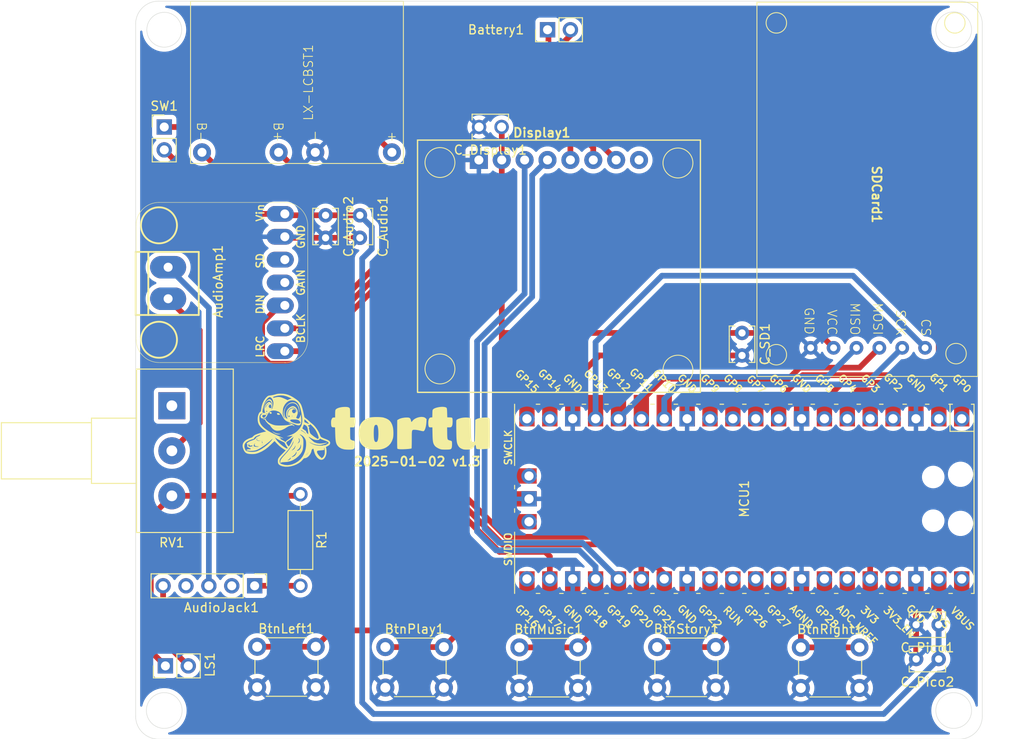
<source format=kicad_pcb>
(kicad_pcb (version 20240108) (generator "pcbnew") (generator_version "8.0")
  (layers (0 "F.Cu" signal) (31 "B.Cu" signal) (34 "B.Paste" user) (35 "F.Paste" user) (36 "B.SilkS" user "B.Silkscreen") (37 "F.SilkS" user "F.Silkscreen") (38 "B.Mask" user) (39 "F.Mask" user) (44 "Edge.Cuts" user))
  (net 0 "")
  (net 3 "GND")
  (net 4 "Net-(AudioAmp1-OUTP)")
  (net 5 "Net-(AudioAmp1-OUTN)")
  (net 6 "Net-(LS1-Pad1)")
  (net 7 "GPIO12")
  (net 8 "GPIO16")
  (net 9 "GPIO13")
  (net 11 "GPIO26")
  (net 12 "GPIO22")
  (net 14 "Vin")
  (net 15 "GPIO28")
  (net 16 "+3.3V")
  (net 17 "GPIO21")
  (net 18 "GPIO20")
  (net 20 "GPIO27")
  (net 21 "GPIO0")
  (net 22 "GPIO18")
  (net 23 "GPIO19")
  (net 24 "GPIO1")
  (net 25 "GPIO17")
  (net 26 "GPIO10")
  (net 27 "Net-(Battery1-Pin_1)")
  (net 28 "GPIO11")
  (net 29 "GPIO2")
  (net 35 "Net-(Battery1-Pin_2)")
  (net 41 "Net-(AudioJack1-Pin_5)")
  (net 44 "Net-(AudioJack1-Pin_1)")
  (net 46 "Net-(LX-LCBST1-V0+)")
  (net 47 "GPIO4")
  (net 48 "GPIO6")
  (net 49 "GPIO5")
  (footprint "Potentiometer_THT:Potentiometer_Alps_RK163_Single_Horizontal" (layer "F.Cu") (at 123.398 103.966)
    (property "Reference" "RV1" (at 0 15.2 0) (layer "F.SilkS"))
    (property "Value" "R_Potentiometer")
    (pad "1" thru_hole rect (at 0 0 180) (size 3 3) (drill 1.2) (layers "*.Cu" "*.Mask"))
    (pad "2" thru_hole circle (at 0 5 180) (size 3 3) (drill 1.2) (layers "*.Cu" "*.Mask") (net 4 "Net-(AudioAmp1-OUTP)"))
    (pad "3" thru_hole circle (at 0 10 180) (size 3 3) (drill 1.2) (layers "*.Cu" "*.Mask") (net 6 "Net-(LS1-Pad1)"))
  )
  (footprint "LOGO" (layer "F.Cu") (at 145.542 106.68)
    (property "Reference" "G***" (hide yes))
    (property "Value" "LOGO" (hide yes))
  )
  (footprint "AZDelivery_SDCard:AZDelivery_SDCard" (layer "F.Cu") (at 200.66 80.01 -90)
    (property "Reference" "SDCard1" (at 0.508 -0.968 -90) (layer "F.SilkS") (effects (font (thickness 0.2) (bold yes))))
    (property "Value" "~")
    (fp_text user "GND" (at 12.954 7.112 -90) (layer "F.SilkS") (effects (font (thickness 0.1)) (justify left bottom)))
    (fp_text user "CS" (at 14.224 -5.842 -90) (layer "F.SilkS") (effects (font (thickness 0.1)) (justify left bottom)))
    (fp_text user "SCK" (at 13.208 -3.048 -90) (layer "F.SilkS") (effects (font (thickness 0.1)) (justify left bottom)))
    (fp_text user "MISO" (at 12.446 2.032 -90) (layer "F.SilkS") (effects (font (thickness 0.1)) (justify left bottom)))
    (fp_text user "VCC" (at 13.208 4.572 -90) (layer "F.SilkS") (effects (font (thickness 0.1)) (justify left bottom)))
    (fp_text user "MOSI" (at 12.446 -0.508 -90) (layer "F.SilkS") (effects (font (thickness 0.1)) (justify left bottom)))
    (pad "1" thru_hole circle (at 17.526 6.35 270) (size 1.524 1.524) (drill 0.762) (layers "*.Cu" "*.Mask") (net 3 "GND"))
    (pad "2" thru_hole circle (at 17.526 3.81 270) (size 1.524 1.524) (drill 0.762) (layers "*.Cu" "*.Mask") (net 16 "+3.3V"))
    (pad "3" thru_hole circle (at 17.526 1.27 270) (size 1.524 1.524) (drill 0.762) (layers "*.Cu" "*.Mask") (net 7 "GPIO12"))
    (pad "4" thru_hole circle (at 17.526 -1.27 270) (size 1.524 1.524) (drill 0.762) (layers "*.Cu" "*.Mask") (net 28 "GPIO11"))
    (pad "5" thru_hole circle (at 17.526 -3.81 270) (size 1.524 1.524) (drill 0.762) (layers "*.Cu" "*.Mask") (net 26 "GPIO10"))
    (pad "6" thru_hole circle (at 17.526 -6.35 270) (size 1.524 1.524) (drill 0.762) (layers "*.Cu" "*.Mask") (net 9 "GPIO13"))
  )
  (footprint "Button_Switch_THT:SW_PUSH_6mm_H5mm" (layer "F.Cu") (at 177.269 130.755)
    (property "Reference" "BtnStory1" (at 3.25 -2 0) (layer "F.SilkS"))
    (property "Value" "SW_Push")
    (pad "1" thru_hole circle (at 0 0 90) (size 2 2) (drill 1.1) (layers "*.Cu" "*.Mask") (net 20 "GPIO27"))
    (pad "1" thru_hole circle (at 6.5 0 90) (size 2 2) (drill 1.1) (layers "*.Cu" "*.Mask") (net 20 "GPIO27"))
    (pad "2" thru_hole circle (at 0 4.5 90) (size 2 2) (drill 1.1) (layers "*.Cu" "*.Mask") (net 3 "GND"))
    (pad "2" thru_hole circle (at 6.5 4.5 90) (size 2 2) (drill 1.1) (layers "*.Cu" "*.Mask") (net 3 "GND"))
  )
  (footprint "Resistor_THT:R_Axial_DIN0207_L6.3mm_D2.5mm_P10.16mm_Horizontal" (layer "F.Cu") (at 137.668 113.792 -90)
    (property "Reference" "R1" (at 5.08 -2.37 90) (layer "F.SilkS"))
    (property "Value" "R")
    (pad "1" thru_hole circle (at 0 0 270) (size 1.6 1.6) (drill 1) (layers "*.Cu" "*.Mask") (net 6 "Net-(LS1-Pad1)"))
    (pad "2" thru_hole oval (at 10.16 0 270) (size 1.6 1.6) (drill 1) (layers "*.Cu" "*.Mask") (net 44 "Net-(AudioJack1-Pin_1)"))
  )
  (footprint "BatteryChargingModule_LX-LCBST:BatteryCharginModule_LX-LCBST" (layer "F.Cu") (at 137.287 68.47 -90)
    (property "Reference" "LX-LCBST1" (at -0.381 -1.27 90) (layer "F.SilkS") (effects (font (thickness 0.1))))
    (property "Value" "~")
    (fp_text user "B-" (at 3.937 11.176 -90) (layer "F.SilkS") (effects (font (thickness 0.1)) (justify left bottom)))
    (fp_text user "+" (at 4.953 -10.033 -90) (layer "F.SilkS") (effects (font (thickness 0.1)) (justify left bottom)))
    (fp_text user "-" (at 4.826 -1.524 -90) (layer "F.SilkS") (effects (font (thickness 0.1)) (justify left bottom)))
    (fp_text user "B+" (at 3.937 2.667 -90) (layer "F.SilkS") (effects (font (thickness 0.1)) (justify left bottom)))
    (pad "1" thru_hole circle (at 7.366 2.032 270) (size 2 2) (drill 1) (layers "*.Cu" "*.Mask") (net 27 "Net-(Battery1-Pin_1)"))
    (pad "2" thru_hole circle (at 7.366 10.541 270) (size 2 2) (drill 1) (layers "*.Cu" "*.Mask") (net 35 "Net-(Battery1-Pin_2)"))
    (pad "3" thru_hole circle (at 7.366 -10.541 270) (size 2 2) (drill 1) (layers "*.Cu" "*.Mask") (net 46 "Net-(LX-LCBST1-V0+)"))
    (pad "4" thru_hole circle (at 7.366 -2.032 270) (size 2 2) (drill 1) (layers "*.Cu" "*.Mask") (net 3 "GND"))
  )
  (footprint "MCU_RaspberryPi_and_Boards:RPi_Pico_SMD_TH" (layer "F.Cu") (at 186.944 114.3 -90)
    (property "Reference" "MCU1" (at 0 0 -90) (layer "F.SilkS"))
    (property "Value" "Pico")
    (fp_text user "GP0" (at -12.8 -24.13 -45) (layer "F.SilkS") (effects (font (size 0.8 0.8))))
    (fp_text user "GP6" (at -12.8 -3.81 -45) (layer "F.SilkS") (effects (font (size 0.8 0.8))))
    (fp_text user "SWCLK" (at -5.7 26.2 -90) (layer "F.SilkS") (effects (font (size 0.8 0.8))))
    (fp_text user "GP2" (at -12.9 -16.51 -45) (layer "F.SilkS") (effects (font (size 0.8 0.8))))
    (fp_text user "GP12" (at -13.2 13.97 -45) (layer "F.SilkS") (effects (font (size 0.8 0.8))))
    (fp_text user "GP15" (at -13.054 24.13 -45) (layer "F.SilkS") (effects (font (size 0.8 0.8))))
    (fp_text user "GP3" (at -12.8 -13.97 -45) (layer "F.SilkS") (effects (font (size 0.8 0.8))))
    (fp_text user "GP5" (at -12.8 -8.89 -45) (layer "F.SilkS") (effects (font (size 0.8 0.8))))
    (fp_text user "GP21" (at 13.054 8.9 -45) (layer "F.SilkS") (effects (font (size 0.8 0.8))))
    (fp_text user "GP13" (at -13.054 16.51 -45) (layer "F.SilkS") (effects (font (size 0.8 0.8))))
    (fp_text user "SWDIO" (at 5.6 26.2 -90) (layer "F.SilkS") (effects (font (size 0.8 0.8))))
    (fp_text user "RUN" (at 13 1.27 -45) (layer "F.SilkS") (effects (font (size 0.8 0.8))))
    (fp_text user "3V3" (at 12.9 -13.9 -45) (layer "F.SilkS") (effects (font (size 0.8 0.8))))
    (fp_text user "GP26" (at 13.054 -1.27 -45) (layer "F.SilkS") (effects (font (size 0.8 0.8))))
    (fp_text user "ADC_VREF" (at 14 -12.5 -45) (layer "F.SilkS") (effects (font (size 0.8 0.8))))
    (fp_text user "VSYS" (at 13.2 -21.59 -45) (layer "F.SilkS") (effects (font (size 0.8 0.8))))
    (fp_text user "GP8" (at -12.8 1.27 -45) (layer "F.SilkS") (effects (font (size 0.8 0.8))))
    (fp_text user "GP18" (at 13.054 16.51 -45) (layer "F.SilkS") (effects (font (size 0.8 0.8))))
    (fp_text user "3V3_EN" (at 13.7 -17.2 -45) (layer "F.SilkS") (effects (font (size 0.8 0.8))))
    (fp_text user "GP16" (at 13.054 24.13 -45) (layer "F.SilkS") (effects (font (size 0.8 0.8))))
    (fp_text user "GP17" (at 13.054 21.59 -45) (layer "F.SilkS") (effects (font (size 0.8 0.8))))
    (fp_text user "GP10" (at -13.054 8.89 -45) (layer "F.SilkS") (effects (font (size 0.8 0.8))))
    (fp_text user "GP1" (at -12.9 -21.6 -45) (layer "F.SilkS") (effects (font (size 0.8 0.8))))
    (fp_text user "GND" (at -12.8 19.05 -45) (layer "F.SilkS") (effects (font (size 0.8 0.8))))
    (fp_text user "GND" (at 12.8 6.35 -45) (layer "F.SilkS") (effects (font (size 0.8 0.8))))
    (fp_text user "GND" (at -12.8 -6.35 -45) (layer "F.SilkS") (effects (font (size 0.8 0.8))))
    (fp_text user "GP9" (at -12.8 3.81 -45) (layer "F.SilkS") (effects (font (size 0.8 0.8))))
    (fp_text user "GP28" (at 13.054 -9.144 -45) (layer "F.SilkS") (effects (font (size 0.8 0.8))))
    (fp_text user "GP14" (at -13.1 21.59 -45) (layer "F.SilkS") (effects (font (size 0.8 0.8))))
    (fp_text user "GP27" (at 13.054 -3.8 -45) (layer "F.SilkS") (effects (font (size 0.8 0.8))))
    (fp_text user "GP19" (at 13.054 13.97 -45) (layer "F.SilkS") (effects (font (size 0.8 0.8))))
    (fp_text user "GP20" (at 13.054 11.43 -45) (layer "F.SilkS") (effects (font (size 0.8 0.8))))
    (fp_text user "GP4" (at -12.8 -11.43 -45) (layer "F.SilkS") (effects (font (size 0.8 0.8))))
    (fp_text user "VBUS" (at 13.3 -24.2 -45) (layer "F.SilkS") (effects (font (size 0.8 0.8))))
    (fp_text user "GND" (at -12.8 6.35 -45) (layer "F.SilkS") (effects (font (size 0.8 0.8))))
    (fp_text user "GP22" (at 13.054 3.81 -45) (layer "F.SilkS") (effects (font (size 0.8 0.8))))
    (fp_text user "GND" (at -12.8 -19.05 -45) (layer "F.SilkS") (effects (font (size 0.8 0.8))))
    (fp_text user "GP7" (at -12.7 -1.3 -45) (layer "F.SilkS") (effects (font (size 0.8 0.8))))
    (fp_text user "GND" (at 12.8 19.05 -45) (layer "F.SilkS") (effects (font (size 0.8 0.8))))
    (fp_text user "GP11" (at -13.2 11.43 -45) (layer "F.SilkS") (effects (font (size 0.8 0.8))))
    (fp_text user "AGND" (at 13.054 -6.35 -45) (layer "F.SilkS") (effects (font (size 0.8 0.8))))
    (fp_text user "GND" (at 12.8 -19.05 -45) (layer "F.SilkS") (effects (font (size 0.8 0.8))))
    (pad "" np_thru_hole oval (at -2.725 -24 270) (size 1.8 1.8) (drill 1.8) (layers "*.Cu" "*.Mask"))
    (pad "" np_thru_hole oval (at -2.425 -20.97 270) (size 1.5 1.5) (drill 1.5) (layers "*.Cu" "*.Mask"))
    (pad "" np_thru_hole oval (at 2.425 -20.97 270) (size 1.5 1.5) (drill 1.5) (layers "*.Cu" "*.Mask"))
    (pad "" np_thru_hole oval (at 2.725 -24 270) (size 1.8 1.8) (drill 1.8) (layers "*.Cu" "*.Mask"))
    (pad "1" thru_hole oval (at -8.89 -24.13 270) (size 1.7 1.7) (drill 1.02) (layers "*.Cu" "*.Mask") (net 21 "GPIO0"))
    (pad "1" smd rect (at -8.89 -24.13 270) (size 3.5 1.7) (drill (offset -0.9 0)) (layers "F.Cu" "F.Mask") (net 21 "GPIO0"))
    (pad "2" thru_hole oval (at -8.89 -21.59 270) (size 1.7 1.7) (drill 1.02) (layers "*.Cu" "*.Mask") (net 24 "GPIO1"))
    (pad "2" smd rect (at -8.89 -21.59 270) (size 3.5 1.7) (drill (offset -0.9 0)) (layers "F.Cu" "F.Mask") (net 24 "GPIO1"))
    (pad "3" thru_hole rect (at -8.89 -19.05 270) (size 1.7 1.7) (drill 1.02) (layers "*.Cu" "*.Mask") (net 3 "GND"))
    (pad "3" smd rect (at -8.89 -19.05 270) (size 3.5 1.7) (drill (offset -0.9 0)) (layers "F.Cu" "F.Mask") (net 3 "GND"))
    (pad "4" thru_hole oval (at -8.89 -16.51 270) (size 1.7 1.7) (drill 1.02) (layers "*.Cu" "*.Mask") (net 29 "GPIO2"))
    (pad "4" smd rect (at -8.89 -16.51 270) (size 3.5 1.7) (drill (offset -0.9 0)) (layers "F.Cu" "F.Mask") (net 29 "GPIO2"))
    (pad "5" thru_hole oval (at -8.89 -13.97 270) (size 1.7 1.7) (drill 1.02) (layers "*.Cu" "*.Mask"))
    (pad "5" smd rect (at -8.89 -13.97 270) (size 3.5 1.7) (drill (offset -0.9 0)) (layers "F.Cu" "F.Mask"))
    (pad "6" thru_hole oval (at -8.89 -11.43 270) (size 1.7 1.7) (drill 1.02) (layers "*.Cu" "*.Mask") (net 47 "GPIO4"))
    (pad "6" smd rect (at -8.89 -11.43 270) (size 3.5 1.7) (drill (offset -0.9 0)) (layers "F.Cu" "F.Mask") (net 47 "GPIO4"))
    (pad "7" thru_hole oval (at -8.89 -8.89 270) (size 1.7 1.7) (drill 1.02) (layers "*.Cu" "*.Mask") (net 49 "GPIO5"))
    (pad "7" smd rect (at -8.89 -8.89 270) (size 3.5 1.7) (drill (offset -0.9 0)) (layers "F.Cu" "F.Mask") (net 49 "GPIO5"))
    (pad "8" thru_hole rect (at -8.89 -6.35 270) (size 1.7 1.7) (drill 1.02) (layers "*.Cu" "*.Mask") (net 3 "GND"))
    (pad "8" smd rect (at -8.89 -6.35 270) (size 3.5 1.7) (drill (offset -0.9 0)) (layers "F.Cu" "F.Mask") (net 3 "GND"))
    (pad "9" thru_hole oval (at -8.89 -3.81 270) (size 1.7 1.7) (drill 1.02) (layers "*.Cu" "*.Mask") (net 48 "GPIO6"))
    (pad "9" smd rect (at -8.89 -3.81 270) (size 3.5 1.7) (drill (offset -0.9 0)) (layers "F.Cu" "F.Mask") (net 48 "GPIO6"))
    (pad "10" thru_hole oval (at -8.89 -1.27 270) (size 1.7 1.7) (drill 1.02) (layers "*.Cu" "*.Mask"))
    (pad "10" smd rect (at -8.89 -1.27 270) (size 3.5 1.7) (drill (offset -0.9 0)) (layers "F.Cu" "F.Mask"))
    (pad "11" thru_hole oval (at -8.89 1.27 270) (size 1.7 1.7) (drill 1.02) (layers "*.Cu" "*.Mask"))
    (pad "11" smd rect (at -8.89 1.27 270) (size 3.5 1.7) (drill (offset -0.9 0)) (layers "F.Cu" "F.Mask"))
    (pad "12" thru_hole oval (at -8.89 3.81 270) (size 1.7 1.7) (drill 1.02) (layers "*.Cu" "*.Mask"))
    (pad "12" smd rect (at -8.89 3.81 270) (size 3.5 1.7) (drill (offset -0.9 0)) (layers "F.Cu" "F.Mask"))
    (pad "13" thru_hole rect (at -8.89 6.35 270) (size 1.7 1.7) (drill 1.02) (layers "*.Cu" "*.Mask") (net 3 "GND"))
    (pad "13" smd rect (at -8.89 6.35 270) (size 3.5 1.7) (drill (offset -0.9 0)) (layers "F.Cu" "F.Mask") (net 3 "GND"))
    (pad "14" thru_hole oval (at -8.89 8.89 270) (size 1.7 1.7) (drill 1.02) (layers "*.Cu" "*.Mask") (net 26 "GPIO10"))
    (pad "14" smd rect (at -8.89 8.89 270) (size 3.5 1.7) (drill (offset -0.9 0)) (layers "F.Cu" "F.Mask") (net 26 "GPIO10"))
    (pad "15" thru_hole oval (at -8.89 11.43 270) (size 1.7 1.7) (drill 1.02) (layers "*.Cu" "*.Mask") (net 28 "GPIO11"))
    (pad "15" smd rect (at -8.89 11.43 270) (size 3.5 1.7) (drill (offset -0.9 0)) (layers "F.Cu" "F.Mask") (net 28 "GPIO11"))
    (pad "16" thru_hole oval (at -8.89 13.97 270) (size 1.7 1.7) (drill 1.02) (layers "*.Cu" "*.Mask") (net 7 "GPIO12"))
    (pad "16" smd rect (at -8.89 13.97 270) (size 3.5 1.7) (drill (offset -0.9 0)) (layers "F.Cu" "F.Mask") (net 7 "GPIO12"))
    (pad "17" thru_hole oval (at -8.89 16.51 270) (size 1.7 1.7) (drill 1.02) (layers "*.Cu" "*.Mask") (net 9 "GPIO13"))
    (pad "17" smd rect (at -8.89 16.51 270) (size 3.5 1.7) (drill (offset -0.9 0)) (layers "F.Cu" "F.Mask") (net 9 "GPIO13"))
    (pad "18" thru_hole rect (at -8.89 19.05 270) (size 1.7 1.7) (drill 1.02) (layers "*.Cu" "*.Mask") (net 3 "GND"))
    (pad "18" smd rect (at -8.89 19.05 270) (size 3.5 1.7) (drill (offset -0.9 0)) (layers "F.Cu" "F.Mask") (net 3 "GND"))
    (pad "19" thru_hole oval (at -8.89 21.59 270) (size 1.7 1.7) (drill 1.02) (layers "*.Cu" "*.Mask"))
    (pad "19" smd rect (at -8.89 21.59 270) (size 3.5 1.7) (drill (offset -0.9 0)) (layers "F.Cu" "F.Mask"))
    (pad "20" thru_hole oval (at -8.89 24.13 270) (size 1.7 1.7) (drill 1.02) (layers "*.Cu" "*.Mask"))
    (pad "20" smd rect (at -8.89 24.13 270) (size 3.5 1.7) (drill (offset -0.9 0)) (layers "F.Cu" "F.Mask"))
    (pad "21" thru_hole oval (at 8.89 24.13 270) (size 1.7 1.7) (drill 1.02) (layers "*.Cu" "*.Mask") (net 8 "GPIO16"))
    (pad "21" smd rect (at 8.89 24.13 270) (size 3.5 1.7) (drill (offset 0.9 0)) (layers "F.Cu" "F.Mask") (net 8 "GPIO16"))
    (pad "22" thru_hole oval (at 8.89 21.59 270) (size 1.7 1.7) (drill 1.02) (layers "*.Cu" "*.Mask") (net 25 "GPIO17"))
    (pad "22" smd rect (at 8.89 21.59 270) (size 3.5 1.7) (drill (offset 0.9 0)) (layers "F.Cu" "F.Mask") (net 25 "GPIO17"))
    (pad "23" thru_hole rect (at 8.89 19.05 270) (size 1.7 1.7) (drill 1.02) (layers "*.Cu" "*.Mask") (net 3 "GND"))
    (pad "23" smd rect (at 8.89 19.05 270) (size 3.5 1.7) (drill (offset 0.9 0)) (layers "F.Cu" "F.Mask") (net 3 "GND"))
    (pad "24" thru_hole oval (at 8.89 16.51 270) (size 1.7 1.7) (drill 1.02) (layers "*.Cu" "*.Mask") (net 22 "GPIO18"))
    (pad "24" smd rect (at 8.89 16.51 270) (size 3.5 1.7) (drill (offset 0.9 0)) (layers "F.Cu" "F.Mask") (net 22 "GPIO18"))
    (pad "25" thru_hole oval (at 8.89 13.97 270) (size 1.7 1.7) (drill 1.02) (layers "*.Cu" "*.Mask") (net 23 "GPIO19"))
    (pad "25" smd rect (at 8.89 13.97 270) (size 3.5 1.7) (drill (offset 0.9 0)) (layers "F.Cu" "F.Mask") (net 23 "GPIO19"))
    (pad "26" thru_hole oval (at 8.89 11.43 270) (size 1.7 1.7) (drill 1.02) (layers "*.Cu" "*.Mask") (net 18 "GPIO20"))
    (pad "26" smd rect (at 8.89 11.43 270) (size 3.5 1.7) (drill (offset 0.9 0)) (layers "F.Cu" "F.Mask") (net 18 "GPIO20"))
    (pad "27" thru_hole oval (at 8.89 8.89 270) (size 1.7 1.7) (drill 1.02) (layers "*.Cu" "*.Mask") (net 17 "GPIO21"))
    (pad "27" smd rect (at 8.89 8.89 270) (size 3.5 1.7) (drill (offset 0.9 0)) (layers "F.Cu" "F.Mask") (net 17 "GPIO21"))
    (pad "28" thru_hole rect (at 8.89 6.35 270) (size 1.7 1.7) (drill 1.02) (layers "*.Cu" "*.Mask") (net 3 "GND"))
    (pad "28" smd rect (at 8.89 6.35 270) (size 3.5 1.7) (drill (offset 0.9 0)) (layers "F.Cu" "F.Mask") (net 3 "GND"))
    (pad "29" thru_hole oval (at 8.89 3.81 270) (size 1.7 1.7) (drill 1.02) (layers "*.Cu" "*.Mask") (net 12 "GPIO22"))
    (pad "29" smd rect (at 8.89 3.81 270) (size 3.5 1.7) (drill (offset 0.9 0)) (layers "F.Cu" "F.Mask") (net 12 "GPIO22"))
    (pad "30" thru_hole oval (at 8.89 1.27 270) (size 1.7 1.7) (drill 1.02) (layers "*.Cu" "*.Mask"))
    (pad "30" smd rect (at 8.89 1.27 270) (size 3.5 1.7) (drill (offset 0.9 0)) (layers "F.Cu" "F.Mask"))
    (pad "31" thru_hole oval (at 8.89 -1.27 270) (size 1.7 1.7) (drill 1.02) (layers "*.Cu" "*.Mask") (net 11 "GPIO26"))
    (pad "31" smd rect (at 8.89 -1.27 270) (size 3.5 1.7) (drill (offset 0.9 0)) (layers "F.Cu" "F.Mask") (net 11 "GPIO26"))
    (pad "32" thru_hole oval (at 8.89 -3.81 270) (size 1.7 1.7) (drill 1.02) (layers "*.Cu" "*.Mask") (net 20 "GPIO27"))
    (pad "32" smd rect (at 8.89 -3.81 270) (size 3.5 1.7) (drill (offset 0.9 0)) (layers "F.Cu" "F.Mask") (net 20 "GPIO27"))
    (pad "33" thru_hole rect (at 8.89 -6.35 270) (size 1.7 1.7) (drill 1.02) (layers "*.Cu" "*.Mask") (net 3 "GND"))
    (pad "33" smd rect (at 8.89 -6.35 270) (size 3.5 1.7) (drill (offset 0.9 0)) (layers "F.Cu" "F.Mask") (net 3 "GND"))
    (pad "34" thru_hole oval (at 8.89 -8.89 270) (size 1.7 1.7) (drill 1.02) (layers "*.Cu" "*.Mask") (net 15 "GPIO28"))
    (pad "34" smd rect (at 8.89 -8.89 270) (size 3.5 1.7) (drill (offset 0.9 0)) (layers "F.Cu" "F.Mask") (net 15 "GPIO28"))
    (pad "35" thru_hole oval (at 8.89 -11.43 270) (size 1.7 1.7) (drill 1.02) (layers "*.Cu" "*.Mask"))
    (pad "35" smd rect (at 8.89 -11.43 270) (size 3.5 1.7) (drill (offset 0.9 0)) (layers "F.Cu" "F.Mask"))
    (pad "36" thru_hole oval (at 8.89 -13.97 270) (size 1.7 1.7) (drill 1.02) (layers "*.Cu" "*.Mask") (net 16 "+3.3V"))
    (pad "36" smd rect (at 8.89 -13.97 270) (size 3.5 1.7) (drill (offset 0.9 0)) (layers "F.Cu" "F.Mask") (net 16 "+3.3V"))
    (pad "37" thru_hole oval (at 8.89 -16.51 270) (size 1.7 1.7) (drill 1.02) (layers "*.Cu" "*.Mask"))
    (pad "37" smd rect (at 8.89 -16.51 270) (size 3.5 1.7) (drill (offset 0.9 0)) (layers "F.Cu" "F.Mask"))
    (pad "38" thru_hole rect (at 8.89 -19.05 270) (size 1.7 1.7) (drill 1.02) (layers "*.Cu" "*.Mask") (net 3 "GND"))
    (pad "38" smd rect (at 8.89 -19.05 270) (size 3.5 1.7) (drill (offset 0.9 0)) (layers "F.Cu" "F.Mask") (net 3 "GND"))
    (pad "39" thru_hole oval (at 8.89 -21.59 270) (size 1.7 1.7) (drill 1.02) (layers "*.Cu" "*.Mask") (net 14 "Vin"))
    (pad "39" smd rect (at 8.89 -21.59 270) (size 3.5 1.7) (drill (offset 0.9 0)) (layers "F.Cu" "F.Mask") (net 14 "Vin"))
    (pad "40" thru_hole oval (at 8.89 -24.13 270) (size 1.7 1.7) (drill 1.02) (layers "*.Cu" "*.Mask"))
    (pad "40" smd rect (at 8.89 -24.13 270) (size 3.5 1.7) (drill (offset 0.9 0)) (layers "F.Cu" "F.Mask"))
    (pad "41" thru_hole oval (at -2.54 23.9 270) (size 1.7 1.7) (drill 1.02) (layers "*.Cu" "*.Mask"))
    (pad "41" smd rect (at -2.54 23.9) (size 3.5 1.7) (drill (offset -0.9 0)) (layers "F.Cu" "F.Mask"))
    (pad "42" thru_hole rect (at 0 23.9 270) (size 1.7 1.7) (drill 1.02) (layers "*.Cu" "*.Mask") (net 3 "GND"))
    (pad "42" smd rect (at 0 23.9) (size 3.5 1.7) (drill (offset -0.9 0)) (layers "F.Cu" "F.Mask") (net 3 "GND"))
    (pad "43" thru_hole oval (at 2.54 23.9 270) (size 1.7 1.7) (drill 1.02) (layers "*.Cu" "*.Mask"))
    (pad "43" smd rect (at 2.54 23.9) (size 3.5 1.7) (drill (offset -0.9 0)) (layers "F.Cu" "F.Mask"))
  )
  (footprint "Button_Switch_THT:SW_PUSH_6mm_H5mm" (layer "F.Cu") (at 193.219 130.791)
    (property "Reference" "BtnRight1" (at 3.25 -2 0) (layer "F.SilkS"))
    (property "Value" "SW_Push")
    (pad "1" thru_hole circle (at 0 0 90) (size 2 2) (drill 1.1) (layers "*.Cu" "*.Mask") (net 15 "GPIO28"))
    (pad "1" thru_hole circle (at 6.5 0 90) (size 2 2) (drill 1.1) (layers "*.Cu" "*.Mask") (net 15 "GPIO28"))
    (pad "2" thru_hole circle (at 0 4.5 90) (size 2 2) (drill 1.1) (layers "*.Cu" "*.Mask") (net 3 "GND"))
    (pad "2" thru_hole circle (at 6.5 4.5 90) (size 2 2) (drill 1.1) (layers "*.Cu" "*.Mask") (net 3 "GND"))
  )
  (footprint "Capacitor_THT:C_Disc_D3.8mm_W2.6mm_P2.50mm" (layer "F.Cu") (at 208.514 128.27 180)
    (property "Reference" "C_Pico1" (at 1.25 -2.55 0) (layer "F.SilkS"))
    (property "Value" "10u")
    (pad "1" thru_hole circle (at 0 0 180) (size 1.6 1.6) (drill 0.8) (layers "*.Cu" "*.Mask") (net 14 "Vin"))
    (pad "2" thru_hole circle (at 2.5 0 180) (size 1.6 1.6) (drill 0.8) (layers "*.Cu" "*.Mask") (net 3 "GND"))
  )
  (footprint "Capacitor_THT:C_Disc_D3.8mm_W2.6mm_P2.50mm" (layer "F.Cu") (at 160 73.025 180)
    (property "Reference" "C_Display1" (at 1.25 -2.55 0) (layer "F.SilkS"))
    (property "Value" "1u")
    (pad "1" thru_hole circle (at 0 0 180) (size 1.6 1.6) (drill 1) (layers "*.Cu" "*.Mask") (net 16 "+3.3V"))
    (pad "2" thru_hole circle (at 2.5 0 180) (size 1.6 1.6) (drill 1) (layers "*.Cu" "*.Mask") (net 3 "GND"))
  )
  (footprint "Button_Switch_THT:SW_PUSH_6mm_H5mm" (layer "F.Cu") (at 147.095 130.755)
    (property "Reference" "BtnPlay1" (at 3.25 -2 0) (layer "F.SilkS"))
    (property "Value" "SW_Push")
    (pad "1" thru_hole circle (at 0 0 90) (size 2 2) (drill 1.1) (layers "*.Cu" "*.Mask") (net 12 "GPIO22"))
    (pad "1" thru_hole circle (at 6.5 0 90) (size 2 2) (drill 1.1) (layers "*.Cu" "*.Mask") (net 12 "GPIO22"))
    (pad "2" thru_hole circle (at 0 4.5 90) (size 2 2) (drill 1.1) (layers "*.Cu" "*.Mask") (net 3 "GND"))
    (pad "2" thru_hole circle (at 6.5 4.5 90) (size 2 2) (drill 1.1) (layers "*.Cu" "*.Mask") (net 3 "GND"))
  )
  (footprint "Capacitor_THT:C_Disc_D3.8mm_W2.6mm_P2.50mm" (layer "F.Cu") (at 208.514 132.08 180)
    (property "Reference" "C_Pico2" (at 1.25 -2.55 0) (layer "F.SilkS"))
    (property "Value" "0.1u")
    (pad "1" thru_hole circle (at 0 0 180) (size 1.6 1.6) (drill 0.8) (layers "*.Cu" "*.Mask") (net 14 "Vin"))
    (pad "2" thru_hole circle (at 2.5 0 180) (size 1.6 1.6) (drill 0.8) (layers "*.Cu" "*.Mask") (net 3 "GND"))
  )
  (footprint "Connector_PinHeader_2.54mm:PinHeader_1x02_P2.54mm_Vertical" (layer "F.Cu") (at 122.555 73.025)
    (property "Reference" "SW1" (at 0 -2.33 0) (layer "F.SilkS"))
    (property "Value" "SW_DPST_x2")
    (pad "1" thru_hole rect (at 0 0) (size 1.7 1.7) (drill 1) (layers "*.Cu" "*.Mask") (net 46 "Net-(LX-LCBST1-V0+)"))
    (pad "2" thru_hole oval (at 0 2.54) (size 1.7 1.7) (drill 1) (layers "*.Cu" "*.Mask") (net 14 "Vin"))
  )
  (footprint "Connector_PinHeader_2.54mm:PinHeader_1x05_P2.54mm_Vertical" (layer "F.Cu") (at 132.588 123.952 -90)
    (property "Reference" "AudioJack1" (at 2.413 3.683 180) (layer "F.SilkS"))
    (property "Value" "AudioJack")
    (pad "1" thru_hole rect (at 0 0 270) (size 1.7 1.7) (drill 1) (layers "*.Cu" "*.Mask") (net 44 "Net-(AudioJack1-Pin_1)"))
    (pad "2" thru_hole oval (at 0 2.54 270) (size 1.7 1.7) (drill 1) (layers "*.Cu" "*.Mask"))
    (pad "3" thru_hole oval (at 0 5.08 270) (size 1.7 1.7) (drill 1) (layers "*.Cu" "*.Mask") (net 5 "Net-(AudioAmp1-OUTN)"))
    (pad "4" thru_hole oval (at 0 7.62 270) (size 1.7 1.7) (drill 1) (layers "*.Cu" "*.Mask"))
    (pad "5" thru_hole oval (at 0 10.16 270) (size 1.7 1.7) (drill 1) (layers "*.Cu" "*.Mask") (net 41 "Net-(AudioJack1-Pin_5)"))
  )
  (footprint "Display_135x240IPS:Display_135x240IPS" (layer "F.Cu") (at 165.0972 71.6855)
    (property "Reference" "Display1" (at -0.6322 1.9745 0) (layer "F.SilkS") (effects (font (thickness 0.2) (bold yes))))
    (property "Value" "~")
    (pad "1" thru_hole rect (at -7.62 5) (size 2 2) (drill 1) (layers "*.Cu" "*.Mask") (net 3 "GND"))
    (pad "2" thru_hole circle (at -5.08 5) (size 2 2) (drill 1) (layers "*.Cu" "*.Mask") (net 16 "+3.3V"))
    (pad "3" thru_hole circle (at -2.54 5) (size 2 2) (drill 1) (layers "*.Cu" "*.Mask") (net 22 "GPIO18"))
    (pad "4" thru_hole circle (at 0 5) (size 2 2) (drill 1) (layers "*.Cu" "*.Mask") (net 23 "GPIO19"))
    (pad "5" thru_hole circle (at 2.54 5) (size 2 2) (drill 1) (layers "*.Cu" "*.Mask") (net 17 "GPIO21"))
    (pad "6" thru_hole circle (at 5.08 5) (size 2 2) (drill 1) (layers "*.Cu" "*.Mask") (net 18 "GPIO20"))
    (pad "7" thru_hole circle (at 7.62 5) (size 2 2) (drill 1) (layers "*.Cu" "*.Mask") (net 25 "GPIO17"))
    (pad "8" thru_hole circle (at 10.16 5) (size 2 2) (drill 1) (layers "*.Cu" "*.Mask"))
  )
  (footprint "Capacitor_THT:C_Disc_D3.8mm_W2.6mm_P2.50mm" (layer "F.Cu") (at 140.462 82.824 -90)
    (property "Reference" "C_Audio2" (at 1.25 -2.55 90) (layer "F.SilkS"))
    (property "Value" "10u")
    (pad "1" thru_hole circle (at 0 0 270) (size 1.6 1.6) (drill 0.8) (layers "*.Cu" "*.Mask") (net 14 "Vin"))
    (pad "2" thru_hole circle (at 2.5 0 270) (size 1.6 1.6) (drill 0.8) (layers "*.Cu" "*.Mask") (net 3 "GND"))
  )
  (footprint "adafruit-MAX98357:adafruit-MAX98357" (layer "F.Cu") (at 129.032 90.17 90)
    (property "Reference" "AudioAmp1" (at 0 -0.5 90) (layer "F.SilkS"))
    (property "Value" "adafruit-MAX98357")
    (fp_text user "BCLK" (at -5.2 8.685 90) (layer "F.SilkS") (effects (font (size 0.8636 0.8636) (thickness 0.1524))))
    (fp_text user "GAIN" (at -0.12 8.685 90) (layer "F.SilkS") (effects (font (size 0.8636 0.8636) (thickness 0.1524))))
    (fp_text user "DIN" (at -2.533 4.185 90) (layer "F.SilkS") (effects (font (size 0.8636 0.8636) (thickness 0.1524))))
    (fp_text user "LRC" (at -7.232 4.185 90) (layer "F.SilkS") (effects (font (size 0.8636 0.8636) (thickness 0.1524))))
    (fp_text user "Vin" (at 7.627 4.185 90) (layer "F.SilkS") (effects (font (size 0.8636 0.8636) (thickness 0.1524))))
    (fp_text user "SD" (at 2.293 4.185 90) (layer "F.SilkS") (effects (font (size 0.8636 0.8636) (thickness 0.1524))))
    (fp_text user "GND" (at 4.96 8.685 90) (layer "F.SilkS") (effects (font (size 0.8636 0.8636) (thickness 0.1524))))
    (pad "1" thru_hole oval (at 7.5 6.907) (size 3 1.75) (drill 1 (offset -0.5 0)) (layers "*.Cu" "*.Mask") (net 14 "Vin"))
    (pad "2" thru_hole oval (at 4.96 6.907) (size 3 1.75) (drill 1 (offset -0.5 0)) (layers "*.Cu" "*.Mask") (net 3 "GND"))
    (pad "3" thru_hole oval (at 2.42 6.907) (size 3 1.75) (drill 1 (offset -0.5 0)) (layers "*.Cu" "*.Mask"))
    (pad "4" thru_hole oval (at -0.12 6.907) (size 3 1.75) (drill 1 (offset -0.5 0)) (layers "*.Cu" "*.Mask"))
    (pad "5" thru_hole oval (at -2.66 6.907) (size 3 1.75) (drill 1 (offset -0.5 0)) (layers "*.Cu" "*.Mask") (net 48 "GPIO6"))
    (pad "6" thru_hole oval (at -5.2 6.907) (size 3 1.75) (drill 1 (offset -0.5 0)) (layers "*.Cu" "*.Mask") (net 47 "GPIO4"))
    (pad "7" thru_hole oval (at -7.74 6.907) (size 3 1.75) (drill 1 (offset -0.5 0)) (layers "*.Cu" "*.Mask") (net 49 "GPIO5"))
    (pad "8" thru_hole oval (at -1.92 -6.047 270) (size 2.5 4) (drill 1) (layers "*.Cu" "*.Mask") (net 4 "Net-(AudioAmp1-OUTP)"))
    (pad "9" thru_hole oval (at 1.58 -6.047 270) (size 2.5 4) (drill 1) (layers "*.Cu" "*.Mask") (net 5 "Net-(AudioAmp1-OUTN)"))
  )
  (footprint "Capacitor_THT:C_Disc_D3.8mm_W2.6mm_P2.50mm" (layer "F.Cu") (at 144.272 82.824 -90)
    (property "Reference" "C_Audio1" (at 1.25 -2.55 90) (layer "F.SilkS"))
    (property "Value" "0.1u")
    (pad "1" thru_hole circle (at 0 0 270) (size 1.6 1.6) (drill 0.8) (layers "*.Cu" "*.Mask") (net 14 "Vin"))
    (pad "2" thru_hole circle (at 2.5 0 270) (size 1.6 1.6) (drill 0.8) (layers "*.Cu" "*.Mask") (net 3 "GND"))
  )
  (footprint "Connector_PinHeader_2.54mm:PinHeader_1x02_P2.54mm_Vertical" (layer "F.Cu") (at 122.682 132.842 90)
    (property "Reference" "LS1" (at 0.127 4.953 90) (layer "F.SilkS"))
    (property "Value" "Speaker")
    (pad "1" thru_hole rect (at 0 0 90) (size 1.7 1.7) (drill 1) (layers "*.Cu" "*.Mask") (net 6 "Net-(LS1-Pad1)"))
    (pad "2" thru_hole oval (at 0 2.54 90) (size 1.7 1.7) (drill 1) (layers "*.Cu" "*.Mask") (net 41 "Net-(AudioJack1-Pin_5)"))
  )
  (footprint "Connector_PinHeader_2.54mm:PinHeader_1x02_P2.54mm_Vertical" (layer "F.Cu") (at 165.1 62.23 90)
    (property "Reference" "Battery1" (at 0 -5.715 180) (layer "F.SilkS"))
    (property "Value" "Battery")
    (pad "1" thru_hole rect (at 0 0 90) (size 1.7 1.7) (drill 1) (layers "*.Cu" "*.Mask") (net 27 "Net-(Battery1-Pin_1)"))
    (pad "2" thru_hole oval (at 0 2.54 90) (size 1.7 1.7) (drill 1) (layers "*.Cu" "*.Mask") (net 35 "Net-(Battery1-Pin_2)"))
  )
  (footprint "Capacitor_THT:C_Disc_D3.8mm_W2.6mm_P2.50mm" (layer "F.Cu") (at 186.69 95.885 -90)
    (property "Reference" "C_SD1" (at 1.25 -2.55 90) (layer "F.SilkS"))
    (property "Value" "1u")
    (pad "1" thru_hole circle (at 0 0 270) (size 1.6 1.6) (drill 0.8) (layers "*.Cu" "*.Mask") (net 16 "+3.3V"))
    (pad "2" thru_hole circle (at 2.5 0 270) (size 1.6 1.6) (drill 0.8) (layers "*.Cu" "*.Mask") (net 3 "GND"))
  )
  (footprint "Button_Switch_THT:SW_PUSH_6mm_H5mm" (layer "F.Cu") (at 132.871 130.719)
    (property "Reference" "BtnLeft1" (at 3.25 -2 0) (layer "F.SilkS"))
    (property "Value" "SW_Push")
    (pad "1" thru_hole circle (at 0 0 90) (size 2 2) (drill 1.1) (layers "*.Cu" "*.Mask") (net 8 "GPIO16"))
    (pad "1" thru_hole circle (at 6.5 0 90) (size 2 2) (drill 1.1) (layers "*.Cu" "*.Mask") (net 8 "GPIO16"))
    (pad "2" thru_hole circle (at 0 4.5 90) (size 2 2) (drill 1.1) (layers "*.Cu" "*.Mask") (net 3 "GND"))
    (pad "2" thru_hole circle (at 6.5 4.5 90) (size 2 2) (drill 1.1) (layers "*.Cu" "*.Mask") (net 3 "GND"))
  )
  (footprint "Button_Switch_THT:SW_PUSH_6mm_H5mm" (layer "F.Cu") (at 161.977 130.791)
    (property "Reference" "BtnMusic1" (at 3.25 -2 0) (layer "F.SilkS"))
    (property "Value" "SW_Push")
    (pad "1" thru_hole circle (at 0 0 90) (size 2 2) (drill 1.1) (layers "*.Cu" "*.Mask") (net 11 "GPIO26"))
    (pad "1" thru_hole circle (at 6.5 0 90) (size 2 2) (drill 1.1) (layers "*.Cu" "*.Mask") (net 11 "GPIO26"))
    (pad "2" thru_hole circle (at 0 4.5 90) (size 2 2) (drill 1.1) (layers "*.Cu" "*.Mask") (net 3 "GND"))
    (pad "2" thru_hole circle (at 6.5 4.5 90) (size 2 2) (drill 1.1) (layers "*.Cu" "*.Mask") (net 3 "GND"))
  )
  (gr_line (start 121.92 140.97) (end 210.82 140.97) (stroke (width 0.05)) (layer "Edge.Cuts"))
  (gr_circle (center 122.555 137.795) (end 121.285 139.319) (stroke (width 0.05)) (fill none) (layer "Edge.Cuts"))
  (gr_circle (center 122.555 62.23) (end 121.793 60.452) (stroke (width 0.05)) (fill none) (layer "Edge.Cuts"))
  (gr_circle (center 210.185 137.795) (end 211.709 139.065) (stroke (width 0.05)) (fill none) (layer "Edge.Cuts"))
  (gr_line (start 119.38 61.595) (end 119.38 138.43) (stroke (width 0.05)) (layer "Edge.Cuts"))
  (gr_arc (start 121.92 140.97) (mid 120.123949 140.226051) (end 119.38 138.43) (stroke (width 0.05)) (layer "Edge.Cuts"))
  (gr_arc (start 119.38 61.595) (mid 120.123949 59.798949) (end 121.92 59.055) (stroke (width 0.05)) (layer "Edge.Cuts"))
  (gr_arc (start 213.36 138.43) (mid 212.616051 140.226051) (end 210.82 140.97) (stroke (width 0.05)) (layer "Edge.Cuts"))
  (gr_arc (start 210.82 59.055) (mid 212.616051 59.798949) (end 213.36 61.595) (stroke (width 0.05)) (layer "Edge.Cuts"))
  (gr_circle (center 210.185 62.23) (end 211.709 60.96) (stroke (width 0.05)) (fill none) (layer "Edge.Cuts"))
  (gr_line (start 213.36 138.43) (end 213.36 61.595) (stroke (width 0.05)) (layer "Edge.Cuts"))
  (gr_line (start 121.92 59.055) (end 210.82 59.055) (stroke (width 0.05)) (layer "Edge.Cuts"))
  (gr_text "2025-01-02 v1.3" (at 143.51 110.744 0) (layer "F.SilkS") (effects (font (size 1 1) (thickness 0.2) (bold yes)) (justify left bottom)))
  (segment (start 167.894 101.346) (end 167.894 105.41) (width 0.635) (layer "F.Cu") (net 3))
  (segment (start 206.014 132.08) (end 206.014 128.27) (width 0.635) (layer "F.Cu") (net 3))
  (segment (start 205.994 128.25) (end 206.014 128.27) (width 0.635) (layer "F.Cu") (net 3))
  (segment (start 170.855 98.385) (end 167.894 101.346) (width 0.635) (layer "F.Cu") (net 3))
  (segment (start 205.994 127.234) (end 206.014 127.254) (width 0.635) (layer "F.Cu") (net 3))
  (segment (start 135.939 85.21) (end 136.053 85.324) (width 0.635) (layer "F.Cu") (net 3))
  (segment (start 186.69 98.385) (end 170.855 98.385) (width 0.635) (layer "F.Cu") (net 3))
  (segment (start 205.994 123.19) (end 205.994 128.25) (width 0.635) (layer "F.Cu") (net 3))
  (segment (start 136.053 85.324) (end 144.272 85.324) (width 0.635) (layer "F.Cu") (net 3))
  (segment (start 126.492 95.597) (end 126.492 105.872) (width 0.635) (layer "F.Cu") (net 4))
  (segment (start 122.985 92.09) (end 126.492 95.597) (width 0.635) (layer "F.Cu") (net 4))
  (segment (start 126.492 105.872) (end 123.398 108.966) (width 0.635) (layer "F.Cu") (net 4))
  (segment (start 127.508 123.952) (end 127.508 93.113) (width 0.635) (layer "B.Cu") (net 5))
  (segment (start 127.508 93.113) (end 122.985 88.59) (width 0.635) (layer "B.Cu") (net 5))
  (segment (start 123.398 113.966) (end 137.494 113.966) (width 0.635) (layer "F.Cu") (net 6))
  (segment (start 122.682 132.842) (end 121.0605 131.2205) (width 0.635) (layer "F.Cu") (net 6))
  (segment (start 121.0605 116.3035) (end 123.398 113.966) (width 0.635) (layer "F.Cu") (net 6))
  (segment (start 137.494 113.966) (end 137.668 113.792) (width 0.635) (layer "F.Cu") (net 6))
  (segment (start 121.0605 131.2205) (end 121.0605 116.3035) (width 0.635) (layer "F.Cu") (net 6))
  (segment (start 177.619 100.765) (end 172.974 105.41) (width 0.635) (layer "B.Cu") (net 7))
  (segment (start 196.161 100.765) (end 177.619 100.765) (width 0.635) (layer "B.Cu") (net 7))
  (segment (start 199.39 97.536) (end 196.161 100.765) (width 0.635) (layer "B.Cu") (net 7))
  (segment (start 154.264132 128.905) (end 155.124532 128.0446) (width 0.635) (layer "F.Cu") (net 8))
  (segment (start 159.6104 128.0446) (end 162.814 124.841) (width 0.635) (layer "F.Cu") (net 8))
  (segment (start 139.371 130.719) (end 141.185 128.905) (width 0.635) (layer "F.Cu") (net 8))
  (segment (start 132.871 130.719) (end 139.371 130.719) (width 0.635) (layer "F.Cu") (net 8))
  (segment (start 155.124532 128.0446) (end 159.6104 128.0446) (width 0.635) (layer "F.Cu") (net 8))
  (segment (start 141.185 128.905) (end 154.264132 128.905) (width 0.635) (layer "F.Cu") (net 8))
  (segment (start 170.434 96.901) (end 177.8 89.535) (width 0.635) (layer "B.Cu") (net 9))
  (segment (start 199.009 89.535) (end 207.01 97.536) (width 0.635) (layer "B.Cu") (net 9))
  (segment (start 170.434 105.41) (end 170.434 96.901) (width 0.635) (layer "B.Cu") (net 9))
  (segment (start 177.8 89.535) (end 199.009 89.535) (width 0.635) (layer "B.Cu") (net 9))
  (segment (start 188.214 125.185) (end 188.214 123.19) (width 0.635) (layer "F.Cu") (net 11))
  (segment (start 185.129 128.27) (end 188.214 125.185) (width 0.635) (layer "F.Cu") (net 11))
  (segment (start 161.977 130.791) (end 168.477 130.791) (width 0.635) (layer "F.Cu") (net 11))
  (segment (start 168.477 130.791) (end 170.998 128.27) (width 0.635) (layer "F.Cu") (net 11))
  (segment (start 170.998 128.27) (end 185.129 128.27) (width 0.635) (layer "F.Cu") (net 11))
  (segment (start 170.652132 127.435) (end 182.0386 127.435) (width 0.635) (layer "F.Cu") (net 12))
  (segment (start 169.207532 128.8796) (end 170.652132 127.435) (width 0.635) (layer "F.Cu") (net 12))
  (segment (start 153.595 130.755) (end 155.4704 128.8796) (width 0.635) (layer "F.Cu") (net 12))
  (segment (start 183.134 126.3396) (end 183.134 125.871264) (width 0.635) (layer "F.Cu") (net 12))
  (segment (start 155.4704 128.8796) (end 169.207532 128.8796) (width 0.635) (layer "F.Cu") (net 12))
  (segment (start 182.0386 127.435) (end 183.134 126.3396) (width 0.635) (layer "F.Cu") (net 12))
  (segment (start 147.095 130.755) (end 153.595 130.755) (width 0.635) (layer "F.Cu") (net 12))
  (segment (start 135.939 82.67) (end 136.093 82.824) (width 0.635) (layer "F.Cu") (net 14))
  (segment (start 122.555 75.565) (end 129.66 82.67) (width 0.635) (layer "F.Cu") (net 14))
  (segment (start 129.66 82.67) (end 135.939 82.67) (width 0.635) (layer "F.Cu") (net 14))
  (segment (start 136.093 82.824) (end 144.272 82.824) (width 0.635) (layer "F.Cu") (net 14))
  (segment (start 208.514 128.27) (end 208.514 132.08) (width 0.635) (layer "F.Cu") (net 14))
  (segment (start 208.534 128.25) (end 208.514 128.27) (width 0.635) (layer "F.Cu") (net 14))
  (segment (start 208.534 123.19) (end 208.534 128.25) (width 0.635) (layer "F.Cu") (net 14))
  (segment (start 208.534 127.234) (end 208.514 127.254) (width 0.635) (layer "F.Cu") (net 14))
  (segment (start 202.418 138.176) (end 145.796 138.176) (width 0.635) (layer "B.Cu") (net 14))
  (segment (start 145.5895 84.1415) (end 144.272 82.824) (width 0.635) (layer "B.Cu") (net 14))
  (segment (start 145.796 138.176) (end 144.526 136.906) (width 0.635) (layer "B.Cu") (net 14))
  (segment (start 144.526 136.906) (end 144.526 87.63) (width 0.635) (layer "B.Cu") (net 14))
  (segment (start 145.5895 86.5665) (end 145.5895 84.1415) (width 0.635) (layer "B.Cu") (net 14))
  (segment (start 144.526 87.63) (end 145.5895 86.5665) (width 0.635) (layer "B.Cu") (net 14))
  (segment (start 208.514 132.08) (end 202.418 138.176) (width 0.635) (layer "B.Cu") (net 14))
  (segment (start 208.514 127.254) (end 208.514 132.08) (width 0.635) (layer "B.Cu") (net 14))
  (segment (start 195.834 126.2926) (end 195.834 123.19) (width 0.635) (layer "F.Cu") (net 15))
  (segment (start 193.219 130.791) (end 193.219 128.9076) (width 0.635) (layer "F.Cu") (net 15))
  (segment (start 193.219 130.791) (end 199.719 130.791) (width 0.635) (layer "F.Cu") (net 15))
  (segment (start 193.219 128.9076) (end 195.834 126.2926) (width 0.635) (layer "F.Cu") (net 15))
  (segment (start 196.85 97.536) (end 195.199 95.885) (width 0.635) (layer "F.Cu") (net 16))
  (segment (start 160.02 95.885) (end 160.02 73.045) (width 0.635) (layer "F.Cu") (net 16))
  (segment (start 186.69 95.885) (end 186.055 95.885) (width 0.635) (layer "F.Cu") (net 16))
  (segment (start 160.02 73.045) (end 160 73.025) (width 0.635) (layer "F.Cu") (net 16))
  (segment (start 161.656344 108.951344) (end 160.02 107.315) (width 0.635) (layer "F.Cu") (net 16))
  (segment (start 186.055 95.885) (end 160.02 95.885) (width 0.635) (layer "F.Cu") (net 16))
  (segment (start 200.914 116.459) (end 193.406344 108.951344) (width 0.635) (layer "F.Cu") (net 16))
  (segment (start 186.055 95.885) (end 195.199 95.885) (width 0.635) (layer "F.Cu") (net 16))
  (segment (start 193.406344 108.951344) (end 161.656344 108.951344) (width 0.635) (layer "F.Cu") (net 16))
  (segment (start 200.914 123.19) (end 200.914 116.459) (width 0.635) (layer "F.Cu") (net 16))
  (segment (start 160.02 107.315) (end 160.02 95.885) (width 0.635) (layer "F.Cu") (net 16))
  (segment (start 173.925868 118.516) (end 178.054 122.644132) (width 0.635) (layer "F.Cu") (net 17))
  (segment (start 155.6512 84.746404) (end 153.435 86.962604) (width 0.635) (layer "F.Cu") (net 17))
  (segment (start 155.6512 71.4088) (end 155.6512 84.746404) (width 0.635) (layer "F.Cu") (net 17))
  (segment (start 167.6372 76.6855) (end 167.6372 73.967236) (width 0.635) (layer "F.Cu") (net 17))
  (segment (start 160.457736 118.516) (end 173.925868 118.516) (width 0.635) (layer "F.Cu") (net 17))
  (segment (start 167.6372 73.967236) (end 164.042264 70.3723) (width 0.635) (layer "F.Cu") (net 17))
  (segment (start 178.054 122.644132) (end 178.054 122.98) (width 0.635) (layer "F.Cu") (net 17))
  (segment (start 153.435 111.493264) (end 160.457736 118.516) (width 0.635) (layer "F.Cu") (net 17))
  (segment (start 153.435 86.962604) (end 153.435 111.493264) (width 0.635) (layer "F.Cu") (net 17))
  (segment (start 156.6877 70.3723) (end 155.6512 71.4088) (width 0.635) (layer "F.Cu") (net 17))
  (segment (start 164.042264 70.3723) (end 156.6877 70.3723) (width 0.635) (layer "F.Cu") (net 17))
  (segment (start 164.388132 69.5373) (end 170.1772 75.326368) (width 0.635) (layer "F.Cu") (net 18))
  (segment (start 173.58 119.351) (end 160.111868 119.351) (width 0.635) (layer "F.Cu") (net 18))
  (segment (start 156.341832 69.5373) (end 164.388132 69.5373) (width 0.635) (layer "F.Cu") (net 18))
  (segment (start 152.6 86.616736) (end 154.8162 84.400536) (width 0.635) (layer "F.Cu") (net 18))
  (segment (start 152.6 111.839132) (end 152.6 86.616736) (width 0.635) (layer "F.Cu") (net 18))
  (segment (start 154.8162 71.062932) (end 156.341832 69.5373) (width 0.635) (layer "F.Cu") (net 18))
  (segment (start 154.8162 84.400536) (end 154.8162 71.062932) (width 0.635) (layer "F.Cu") (net 18))
  (segment (start 175.514 121.285) (end 173.58 119.351) (width 0.635) (layer "F.Cu") (net 18))
  (segment (start 160.111868 119.351) (end 152.6 111.839132) (width 0.635) (layer "F.Cu") (net 18))
  (segment (start 175.514 122.98) (end 175.514 121.285) (width 0.635) (layer "F.Cu") (net 18))
  (segment (start 170.1772 75.326368) (end 170.1772 76.6855) (width 0.635) (layer "F.Cu") (net 18))
  (segment (start 183.824868 130.755) (end 188.222368 126.3575) (width 0.635) (layer "F.Cu") (net 20))
  (segment (start 188.222368 126.3575) (end 189.5815 126.3575) (width 0.635) (layer "F.Cu") (net 20))
  (segment (start 189.5815 126.3575) (end 190.754 125.185) (width 0.635) (layer "F.Cu") (net 20))
  (segment (start 177.269 130.755) (end 183.769 130.755) (width 0.635) (layer "F.Cu") (net 20))
  (segment (start 190.754 125.185) (end 190.754 123.19) (width 0.635) (layer "F.Cu") (net 20))
  (segment (start 183.769 130.755) (end 183.824868 130.755) (width 0.635) (layer "F.Cu") (net 20))
  (segment (start 170.434 123.19) (end 170.434 121.830868) (width 0.635) (layer "B.Cu") (net 22))
  (segment (start 159.385 120.015) (end 157.28 117.91) (width 0.635) (layer "B.Cu") (net 22))
  (segment (start 157.28 117.91) (end 157.28 96.809132) (width 0.635) (layer "B.Cu") (net 22))
  (segment (start 157.28 96.809132) (end 162.56 91.529132) (width 0.635) (layer "B.Cu") (net 22))
  (segment (start 170.434 121.830868) (end 168.618132 120.015) (width 0.635) (layer "B.Cu") (net 22))
  (segment (start 168.618132 120.015) (end 159.385 120.015) (width 0.635) (layer "B.Cu") (net 22))
  (segment (start 162.56 91.529132) (end 162.56 76.6883) (width 0.635) (layer "B.Cu") (net 22))
  (segment (start 162.56 76.6883) (end 162.5572 76.6855) (width 0.635) (layer "B.Cu") (net 22))
  (segment (start 163.395 78.3877) (end 165.0972 76.6855) (width 0.635) (layer "B.Cu") (net 23))
  (segment (start 163.395 91.875) (end 163.395 78.3877) (width 0.635) (layer "B.Cu") (net 23))
  (segment (start 158.115 117.564132) (end 158.115 97.155) (width 0.635) (layer "B.Cu") (net 23))
  (segment (start 172.974 123.19) (end 168.964 119.18) (width 0.635) (layer "B.Cu") (net 23))
  (segment (start 168.964 119.18) (end 159.730868 119.18) (width 0.635) (layer "B.Cu") (net 23))
  (segment (start 158.115 97.155) (end 163.395 91.875) (width 0.635) (layer "B.Cu") (net 23))
  (segment (start 159.730868 119.18) (end 158.115 117.564132) (width 0.635) (layer "B.Cu") (net 23))
  (segment (start 165.354 120.694) (end 164.846 120.186) (width 0.635) (layer "F.Cu") (net 25))
  (segment (start 164.734 68.7023) (end 172.7172 76.6855) (width 0.635) (layer "F.Cu") (net 25))
  (segment (start 159.766 120.186) (end 151.765 112.185) (width 0.635) (layer "F.Cu") (net 25))
  (segment (start 153.9812 70.717064) (end 155.995964 68.7023) (width 0.635) (layer "F.Cu") (net 25))
  (segment (start 151.765 112.185) (end 151.765 86.270868) (width 0.635) (layer "F.Cu") (net 25))
  (segment (start 164.846 120.186) (end 159.766 120.186) (width 0.635) (layer "F.Cu") (net 25))
  (segment (start 165.354 122.98) (end 165.354 120.694) (width 0.635) (layer "F.Cu") (net 25))
  (segment (start 151.765 86.270868) (end 153.9812 84.054668) (width 0.635) (layer "F.Cu") (net 25))
  (segment (start 155.995964 68.7023) (end 164.734 68.7023) (width 0.635) (layer "F.Cu") (net 25))
  (segment (start 153.9812 84.054668) (end 153.9812 70.717064) (width 0.635) (layer "F.Cu") (net 25))
  (segment (start 200.406 101.6) (end 179.705 101.6) (width 0.635) (layer "B.Cu") (net 26))
  (segment (start 178.054 103.251) (end 178.054 105.41) (width 0.635) (layer "B.Cu") (net 26))
  (segment (start 179.705 101.6) (end 178.054 103.251) (width 0.635) (layer "B.Cu") (net 26))
  (segment (start 204.47 97.536) (end 200.406 101.6) (width 0.635) (layer "B.Cu") (net 26))
  (segment (start 154.266624 64.5273) (end 149.8062 68.987724) (width 0.635) (layer "F.Cu") (net 27))
  (segment (start 148.5106 77.905) (end 137.324 77.905) (width 0.635) (layer "F.Cu") (net 27))
  (segment (start 149.8062 68.987724) (end 149.8062 76.6094) (width 0.635) (layer "F.Cu") (net 27))
  (segment (start 149.8062 76.6094) (end 148.5106 77.905) (width 0.635) (layer "F.Cu") (net 27))
  (segment (start 164.7077 64.5273) (end 154.266624 64.5273) (width 0.635) (layer "F.Cu") (net 27))
  (segment (start 137.324 77.905) (end 135.255 75.836) (width 0.635) (layer "F.Cu") (net 27))
  (segment (start 165.2016 64.0334) (end 164.7077 64.5273) (width 0.635) (layer "F.Cu") (net 27))
  (segment (start 165.2016 62.0268) (end 165.2016 64.0334) (width 0.635) (layer "F.Cu") (net 27))
  (segment (start 191.859132 100.965) (end 177.964 100.965) (width 0.635) (layer "F.Cu") (net 28))
  (segment (start 175.514 103.415) (end 175.514 105.41) (width 0.635) (layer "F.Cu") (net 28))
  (segment (start 193.086632 99.7375) (end 191.859132 100.965) (width 0.635) (layer "F.Cu") (net 28))
  (segment (start 201.93 97.536) (end 199.7285 99.7375) (width 0.635) (layer "F.Cu") (net 28))
  (segment (start 177.964 100.965) (end 175.514 103.415) (width 0.635) (layer "F.Cu") (net 28))
  (segment (start 199.7285 99.7375) (end 193.086632 99.7375) (width 0.635) (layer "F.Cu") (net 28))
  (segment (start 167.64 62.23) (end 167.64 62.865) (width 0.635) (layer "F.Cu") (net 35))
  (segment (start 154.612492 65.3623) (end 150.6412 69.333592) (width 0.635) (layer "F.Cu") (net 35))
  (segment (start 165.1427 65.3623) (end 154.612492 65.3623) (width 0.635) (layer "F.Cu") (net 35))
  (segment (start 150.6412 76.955268) (end 148.856468 78.74) (width 0.635) (layer "F.Cu") (net 35))
  (segment (start 148.856468 78.74) (end 129.65 78.74) (width 0.635) (layer "F.Cu") (net 35))
  (segment (start 150.6412 69.333592) (end 150.6412 76.955268) (width 0.635) (layer "F.Cu") (net 35))
  (segment (start 167.64 62.865) (end 165.1427 65.3623) (width 0.635) (layer "F.Cu") (net 35))
  (segment (start 129.65 78.74) (end 126.746 75.836) (width 0.635) (layer "F.Cu") (net 35))
  (segment (start 122.428 130.048) (end 125.222 132.842) (width 0.635) (layer "F.Cu") (net 41))
  (segment (start 122.428 123.952) (end 122.428 130.048) (width 0.635) (layer "F.Cu") (net 41))
  (segment (start 137.668 123.952) (end 132.588 123.952) (width 0.635) (layer "F.Cu") (net 44))
  (segment (start 122.555 73.025) (end 145.017 73.025) (width 0.635) (layer "F.Cu") (net 46))
  (segment (start 145.017 73.025) (end 147.237566 75.245566) (width 0.635) (layer "F.Cu") (net 46))
  (segment (start 199.5465 102.2425) (end 198.374 103.415) (width 0.635) (layer "F.Cu") (net 47))
  (segment (start 210.185 74.041) (end 210.185 93.98) (width 0.635) (layer "F.Cu") (net 47))
  (segment (start 210.1945 93.9895) (end 210.1945 100.231368) (width 0.635) (layer "F.Cu") (net 47))
  (segment (start 139.123264 95.37) (end 151.4762 83.017064) (width 0.635) (layer "F.Cu") (net 47))
  (segment (start 210.1945 100.231368) (end 208.183368 102.2425) (width 0.635) (layer "F.Cu") (net 47))
  (segment (start 154.95836 66.1973) (end 202.3413 66.1973) (width 0.635) (layer "F.Cu") (net 47))
  (segment (start 210.185 93.98) (end 210.1945 93.9895) (width 0.635) (layer "F.Cu") (net 47))
  (segment (start 208.183368 102.2425) (end 199.5465 102.2425) (width 0.635) (layer "F.Cu") (net 47))
  (segment (start 151.4762 83.017064) (end 151.4762 69.67946) (width 0.635) (layer "F.Cu") (net 47))
  (segment (start 202.3413 66.1973) (end 210.185 74.041) (width 0.635) (layer "F.Cu") (net 47))
  (segment (start 135.939 95.37) (end 139.123264 95.37) (width 0.635) (layer "F.Cu") (net 47))
  (segment (start 151.4762 69.67946) (end 154.95836 66.1973) (width 0.635) (layer "F.Cu") (net 47))
  (segment (start 198.374 103.415) (end 198.374 105.41) (width 0.635) (layer "F.Cu") (net 47))
  (segment (start 134.237208 99.3025) (end 137.5525 99.3025) (width 0.635) (layer "F.Cu") (net 48))
  (segment (start 208.515 74.732736) (end 208.515 94.671736) (width 0.635) (layer "F.Cu") (net 48))
  (segment (start 153.1462 83.7088) (end 153.1462 70.371196) (width 0.635) (layer "F.Cu") (net 48))
  (segment (start 133.4215 98.486792) (end 134.237208 99.3025) (width 0.635) (layer "F.Cu") (net 48))
  (segment (start 153.1462 70.371196) (end 155.650096 67.8673) (width 0.635) (layer "F.Cu") (net 48))
  (segment (start 208.515 94.671736) (end 208.5245 94.681236) (width 0.635) (layer "F.Cu") (net 48))
  (segment (start 193.4325 100.5725) (end 190.754 103.251) (width 0.635) (layer "F.Cu") (net 48))
  (segment (start 207.491632 100.5725) (end 193.4325 100.5725) (width 0.635) (layer "F.Cu") (net 48))
  (segment (start 135.939 92.83) (end 135.384708 92.83) (width 0.635) (layer "F.Cu") (net 48))
  (segment (start 137.5525 99.3025) (end 153.1462 83.7088) (width 0.635) (layer "F.Cu") (net 48))
  (segment (start 201.649564 67.8673) (end 208.515 74.732736) (width 0.635) (layer "F.Cu") (net 48))
  (segment (start 190.754 103.251) (end 190.754 105.41) (width 0.635) (layer "F.Cu") (net 48))
  (segment (start 155.650096 67.8673) (end 201.649564 67.8673) (width 0.635) (layer "F.Cu") (net 48))
  (segment (start 208.5245 94.681236) (end 208.5245 99.539632) (width 0.635) (layer "F.Cu") (net 48))
  (segment (start 135.384708 92.83) (end 133.4215 94.793208) (width 0.635) (layer "F.Cu") (net 48))
  (segment (start 133.4215 94.793208) (end 133.4215 98.486792) (width 0.635) (layer "F.Cu") (net 48))
  (segment (start 208.5245 99.539632) (end 207.491632 100.5725) (width 0.635) (layer "F.Cu") (net 48))
  (segment (start 152.3112 83.362932) (end 152.3112 70.025328) (width 0.635) (layer "F.Cu") (net 49))
  (segment (start 135.939 97.91) (end 137.764132 97.91) (width 0.635) (layer "F.Cu") (net 49))
  (segment (start 209.3595 94.335368) (end 209.3595 99.8855) (width 0.635) (layer "F.Cu") (net 49))
  (segment (start 209.35 94.325868) (end 209.3595 94.335368) (width 0.635) (layer "F.Cu") (net 49))
  (segment (start 209.3595 99.8855) (end 207.8375 101.4075) (width 0.635) (layer "F.Cu") (net 49))
  (segment (start 137.764132 97.91) (end 152.3112 83.362932) (width 0.635) (layer "F.Cu") (net 49))
  (segment (start 155.304228 67.0323) (end 201.995432 67.0323) (width 0.635) (layer "F.Cu") (net 49))
  (segment (start 152.3112 70.025328) (end 155.304228 67.0323) (width 0.635) (layer "F.Cu") (net 49))
  (segment (start 197.8415 101.4075) (end 195.834 103.415) (width 0.635) (layer "F.Cu") (net 49))
  (segment (start 207.8375 101.4075) (end 197.8415 101.4075) (width 0.635) (layer "F.Cu") (net 49))
  (segment (start 209.35 74.386868) (end 209.35 94.325868) (width 0.635) (layer "F.Cu") (net 49))
  (segment (start 201.995432 67.0323) (end 209.35 74.386868) (width 0.635) (layer "F.Cu") (net 49))
  (segment (start 195.834 103.415) (end 195.834 105.41) (width 0.635) (layer "F.Cu") (net 49))
  (zone (net 3) (net_name "GND") (layer "B.Cu") (connect_pads (clearance 0.5)) (min_thickness 0.25) (fill yes (thermal_gap 0.5) (thermal_bridge_width 0.5))
    (polygon (pts (xy 119.38 59.182) (xy 213.36 58.928) (xy 213.36 140.97) (xy 119.38 140.97)))
  )
)
</source>
